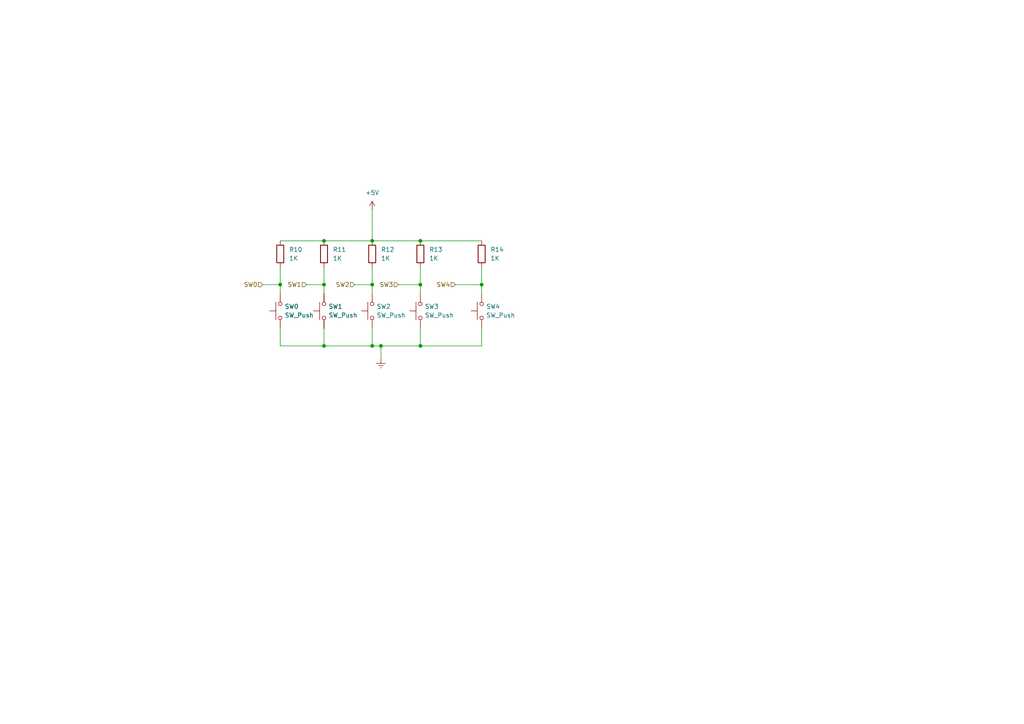
<source format=kicad_sch>
(kicad_sch (version 20211123) (generator eeschema)

  (uuid eee03acf-2090-4919-903c-a542f683c01a)

  (paper "A4")

  (lib_symbols
    (symbol "Device:R" (pin_numbers hide) (pin_names (offset 0)) (in_bom yes) (on_board yes)
      (property "Reference" "R" (id 0) (at 2.032 0 90)
        (effects (font (size 1.27 1.27)))
      )
      (property "Value" "R" (id 1) (at 0 0 90)
        (effects (font (size 1.27 1.27)))
      )
      (property "Footprint" "" (id 2) (at -1.778 0 90)
        (effects (font (size 1.27 1.27)) hide)
      )
      (property "Datasheet" "~" (id 3) (at 0 0 0)
        (effects (font (size 1.27 1.27)) hide)
      )
      (property "ki_keywords" "R res resistor" (id 4) (at 0 0 0)
        (effects (font (size 1.27 1.27)) hide)
      )
      (property "ki_description" "Resistor" (id 5) (at 0 0 0)
        (effects (font (size 1.27 1.27)) hide)
      )
      (property "ki_fp_filters" "R_*" (id 6) (at 0 0 0)
        (effects (font (size 1.27 1.27)) hide)
      )
      (symbol "R_0_1"
        (rectangle (start -1.016 -2.54) (end 1.016 2.54)
          (stroke (width 0.254) (type default) (color 0 0 0 0))
          (fill (type none))
        )
      )
      (symbol "R_1_1"
        (pin passive line (at 0 3.81 270) (length 1.27)
          (name "~" (effects (font (size 1.27 1.27))))
          (number "1" (effects (font (size 1.27 1.27))))
        )
        (pin passive line (at 0 -3.81 90) (length 1.27)
          (name "~" (effects (font (size 1.27 1.27))))
          (number "2" (effects (font (size 1.27 1.27))))
        )
      )
    )
    (symbol "Switch:SW_Push" (pin_numbers hide) (pin_names (offset 1.016) hide) (in_bom yes) (on_board yes)
      (property "Reference" "SW" (id 0) (at 1.27 2.54 0)
        (effects (font (size 1.27 1.27)) (justify left))
      )
      (property "Value" "SW_Push" (id 1) (at 0 -1.524 0)
        (effects (font (size 1.27 1.27)))
      )
      (property "Footprint" "" (id 2) (at 0 5.08 0)
        (effects (font (size 1.27 1.27)) hide)
      )
      (property "Datasheet" "~" (id 3) (at 0 5.08 0)
        (effects (font (size 1.27 1.27)) hide)
      )
      (property "ki_keywords" "switch normally-open pushbutton push-button" (id 4) (at 0 0 0)
        (effects (font (size 1.27 1.27)) hide)
      )
      (property "ki_description" "Push button switch, generic, two pins" (id 5) (at 0 0 0)
        (effects (font (size 1.27 1.27)) hide)
      )
      (symbol "SW_Push_0_1"
        (circle (center -2.032 0) (radius 0.508)
          (stroke (width 0) (type default) (color 0 0 0 0))
          (fill (type none))
        )
        (polyline
          (pts
            (xy 0 1.27)
            (xy 0 3.048)
          )
          (stroke (width 0) (type default) (color 0 0 0 0))
          (fill (type none))
        )
        (polyline
          (pts
            (xy 2.54 1.27)
            (xy -2.54 1.27)
          )
          (stroke (width 0) (type default) (color 0 0 0 0))
          (fill (type none))
        )
        (circle (center 2.032 0) (radius 0.508)
          (stroke (width 0) (type default) (color 0 0 0 0))
          (fill (type none))
        )
        (pin passive line (at -5.08 0 0) (length 2.54)
          (name "1" (effects (font (size 1.27 1.27))))
          (number "1" (effects (font (size 1.27 1.27))))
        )
        (pin passive line (at 5.08 0 180) (length 2.54)
          (name "2" (effects (font (size 1.27 1.27))))
          (number "2" (effects (font (size 1.27 1.27))))
        )
      )
    )
    (symbol "power:+5V" (power) (pin_names (offset 0)) (in_bom yes) (on_board yes)
      (property "Reference" "#PWR" (id 0) (at 0 -3.81 0)
        (effects (font (size 1.27 1.27)) hide)
      )
      (property "Value" "+5V" (id 1) (at 0 3.556 0)
        (effects (font (size 1.27 1.27)))
      )
      (property "Footprint" "" (id 2) (at 0 0 0)
        (effects (font (size 1.27 1.27)) hide)
      )
      (property "Datasheet" "" (id 3) (at 0 0 0)
        (effects (font (size 1.27 1.27)) hide)
      )
      (property "ki_keywords" "power-flag" (id 4) (at 0 0 0)
        (effects (font (size 1.27 1.27)) hide)
      )
      (property "ki_description" "Power symbol creates a global label with name \"+5V\"" (id 5) (at 0 0 0)
        (effects (font (size 1.27 1.27)) hide)
      )
      (symbol "+5V_0_1"
        (polyline
          (pts
            (xy -0.762 1.27)
            (xy 0 2.54)
          )
          (stroke (width 0) (type default) (color 0 0 0 0))
          (fill (type none))
        )
        (polyline
          (pts
            (xy 0 0)
            (xy 0 2.54)
          )
          (stroke (width 0) (type default) (color 0 0 0 0))
          (fill (type none))
        )
        (polyline
          (pts
            (xy 0 2.54)
            (xy 0.762 1.27)
          )
          (stroke (width 0) (type default) (color 0 0 0 0))
          (fill (type none))
        )
      )
      (symbol "+5V_1_1"
        (pin power_in line (at 0 0 90) (length 0) hide
          (name "+5V" (effects (font (size 1.27 1.27))))
          (number "1" (effects (font (size 1.27 1.27))))
        )
      )
    )
    (symbol "power:Earth" (power) (pin_names (offset 0)) (in_bom yes) (on_board yes)
      (property "Reference" "#PWR" (id 0) (at 0 -6.35 0)
        (effects (font (size 1.27 1.27)) hide)
      )
      (property "Value" "Earth" (id 1) (at 0 -3.81 0)
        (effects (font (size 1.27 1.27)) hide)
      )
      (property "Footprint" "" (id 2) (at 0 0 0)
        (effects (font (size 1.27 1.27)) hide)
      )
      (property "Datasheet" "~" (id 3) (at 0 0 0)
        (effects (font (size 1.27 1.27)) hide)
      )
      (property "ki_keywords" "power-flag ground gnd" (id 4) (at 0 0 0)
        (effects (font (size 1.27 1.27)) hide)
      )
      (property "ki_description" "Power symbol creates a global label with name \"Earth\"" (id 5) (at 0 0 0)
        (effects (font (size 1.27 1.27)) hide)
      )
      (symbol "Earth_0_1"
        (polyline
          (pts
            (xy -0.635 -1.905)
            (xy 0.635 -1.905)
          )
          (stroke (width 0) (type default) (color 0 0 0 0))
          (fill (type none))
        )
        (polyline
          (pts
            (xy -0.127 -2.54)
            (xy 0.127 -2.54)
          )
          (stroke (width 0) (type default) (color 0 0 0 0))
          (fill (type none))
        )
        (polyline
          (pts
            (xy 0 -1.27)
            (xy 0 0)
          )
          (stroke (width 0) (type default) (color 0 0 0 0))
          (fill (type none))
        )
        (polyline
          (pts
            (xy 1.27 -1.27)
            (xy -1.27 -1.27)
          )
          (stroke (width 0) (type default) (color 0 0 0 0))
          (fill (type none))
        )
      )
      (symbol "Earth_1_1"
        (pin power_in line (at 0 0 270) (length 0) hide
          (name "Earth" (effects (font (size 1.27 1.27))))
          (number "1" (effects (font (size 1.27 1.27))))
        )
      )
    )
  )

  (junction (at 121.92 100.33) (diameter 0) (color 0 0 0 0)
    (uuid 05e38b6a-f8eb-4256-95a9-5f05a2a2b00a)
  )
  (junction (at 139.7 82.55) (diameter 0) (color 0 0 0 0)
    (uuid 0c893fbf-1f29-4ec6-97a2-2d3c32e1d7e2)
  )
  (junction (at 107.95 100.33) (diameter 0) (color 0 0 0 0)
    (uuid 333a4d5a-c3cc-4800-a6b3-adb2c8523328)
  )
  (junction (at 93.98 100.33) (diameter 0) (color 0 0 0 0)
    (uuid 339a168e-8dbf-4c35-8f26-6136d993425f)
  )
  (junction (at 107.95 69.85) (diameter 0) (color 0 0 0 0)
    (uuid 4f7b4d1e-009e-4c84-a1e6-2d5772c4b430)
  )
  (junction (at 121.92 82.55) (diameter 0) (color 0 0 0 0)
    (uuid 4fe956c0-343f-4538-93af-18690de28479)
  )
  (junction (at 107.95 82.55) (diameter 0) (color 0 0 0 0)
    (uuid 97220797-6e7f-4df9-8fa5-6cbd1c751f52)
  )
  (junction (at 93.98 69.85) (diameter 0) (color 0 0 0 0)
    (uuid a4901255-8463-41d8-93dc-ea56264dbf9b)
  )
  (junction (at 121.92 69.85) (diameter 0) (color 0 0 0 0)
    (uuid a9b37f23-4472-4489-96b6-0a291c51bc17)
  )
  (junction (at 93.98 82.55) (diameter 0) (color 0 0 0 0)
    (uuid c1d587b6-6d0f-406b-81f9-a95bdea02bd5)
  )
  (junction (at 81.28 82.55) (diameter 0) (color 0 0 0 0)
    (uuid ca2713f5-5021-4d74-8232-f718a231a255)
  )
  (junction (at 110.49 100.33) (diameter 0) (color 0 0 0 0)
    (uuid e4a1ccda-45e3-4130-a922-9b190d3d748f)
  )

  (wire (pts (xy 93.98 95.25) (xy 93.98 100.33))
    (stroke (width 0) (type default) (color 0 0 0 0))
    (uuid 045c616f-112d-45fc-8930-fe6629d11625)
  )
  (wire (pts (xy 81.28 82.55) (xy 81.28 85.09))
    (stroke (width 0) (type default) (color 0 0 0 0))
    (uuid 20559c6a-bb7a-4526-8c91-030531b108d6)
  )
  (wire (pts (xy 115.57 82.55) (xy 121.92 82.55))
    (stroke (width 0) (type default) (color 0 0 0 0))
    (uuid 2211f72c-9433-4e8b-bbce-240781cce23b)
  )
  (wire (pts (xy 132.08 82.55) (xy 139.7 82.55))
    (stroke (width 0) (type default) (color 0 0 0 0))
    (uuid 23bdbd44-4a30-4d2c-b3c5-4d4dfb6ad7d1)
  )
  (wire (pts (xy 107.95 82.55) (xy 107.95 85.09))
    (stroke (width 0) (type default) (color 0 0 0 0))
    (uuid 2833b19e-0f1c-41d3-b070-62475b4db4fe)
  )
  (wire (pts (xy 139.7 82.55) (xy 139.7 85.09))
    (stroke (width 0) (type default) (color 0 0 0 0))
    (uuid 33b13441-6b20-4bff-9d35-df8c145d1e9d)
  )
  (wire (pts (xy 81.28 69.85) (xy 93.98 69.85))
    (stroke (width 0) (type default) (color 0 0 0 0))
    (uuid 37536dab-9bd9-47d6-b63d-a4d2b4b1349e)
  )
  (wire (pts (xy 88.9 82.55) (xy 93.98 82.55))
    (stroke (width 0) (type default) (color 0 0 0 0))
    (uuid 381a1dd2-aee5-44fb-bff4-4f840b4ef0ff)
  )
  (wire (pts (xy 121.92 100.33) (xy 139.7 100.33))
    (stroke (width 0) (type default) (color 0 0 0 0))
    (uuid 39df4d39-3e47-4a8b-b49c-9355c83ab17b)
  )
  (wire (pts (xy 81.28 95.25) (xy 81.28 100.33))
    (stroke (width 0) (type default) (color 0 0 0 0))
    (uuid 3f6d0429-9f56-48de-b96f-c08dee1fdb9a)
  )
  (wire (pts (xy 107.95 60.96) (xy 107.95 69.85))
    (stroke (width 0) (type default) (color 0 0 0 0))
    (uuid 44629ded-013f-4943-b0a8-c6a3ff1fc25f)
  )
  (wire (pts (xy 121.92 95.25) (xy 121.92 100.33))
    (stroke (width 0) (type default) (color 0 0 0 0))
    (uuid 45baed47-cd03-48a8-be9a-373c8be46728)
  )
  (wire (pts (xy 121.92 69.85) (xy 139.7 69.85))
    (stroke (width 0) (type default) (color 0 0 0 0))
    (uuid 45f9d298-7f9b-48b3-b0d0-e5d8b9c87f4e)
  )
  (wire (pts (xy 110.49 100.33) (xy 121.92 100.33))
    (stroke (width 0) (type default) (color 0 0 0 0))
    (uuid 5f8f9e65-e369-4d12-90ab-b70c64192a1f)
  )
  (wire (pts (xy 102.87 82.55) (xy 107.95 82.55))
    (stroke (width 0) (type default) (color 0 0 0 0))
    (uuid 748d5a71-71d5-4f88-9514-c23654b0ca93)
  )
  (wire (pts (xy 76.2 82.55) (xy 81.28 82.55))
    (stroke (width 0) (type default) (color 0 0 0 0))
    (uuid 7fbd1ed0-72b2-4bc1-8ed5-a6ad6e28bc8e)
  )
  (wire (pts (xy 107.95 69.85) (xy 121.92 69.85))
    (stroke (width 0) (type default) (color 0 0 0 0))
    (uuid 9fb6dbc0-7e4a-4563-b05f-fce5f9a595e3)
  )
  (wire (pts (xy 81.28 77.47) (xy 81.28 82.55))
    (stroke (width 0) (type default) (color 0 0 0 0))
    (uuid a997e60b-990e-48e1-b04f-0ca52b9f3c7d)
  )
  (wire (pts (xy 93.98 77.47) (xy 93.98 82.55))
    (stroke (width 0) (type default) (color 0 0 0 0))
    (uuid b2182584-e0e9-41be-9d1b-47daebf8dfb8)
  )
  (wire (pts (xy 107.95 77.47) (xy 107.95 82.55))
    (stroke (width 0) (type default) (color 0 0 0 0))
    (uuid b5618513-816f-4ece-aa5d-44c8e841ea08)
  )
  (wire (pts (xy 139.7 77.47) (xy 139.7 82.55))
    (stroke (width 0) (type default) (color 0 0 0 0))
    (uuid bd90087d-8767-468d-8345-a95deb6ed5d3)
  )
  (wire (pts (xy 93.98 100.33) (xy 107.95 100.33))
    (stroke (width 0) (type default) (color 0 0 0 0))
    (uuid c6b89f88-0e67-4fd3-9288-4b04eb1fc564)
  )
  (wire (pts (xy 107.95 95.25) (xy 107.95 100.33))
    (stroke (width 0) (type default) (color 0 0 0 0))
    (uuid cd8cbcb8-2552-4c58-8a75-d12f31b01bc0)
  )
  (wire (pts (xy 110.49 100.33) (xy 110.49 104.14))
    (stroke (width 0) (type default) (color 0 0 0 0))
    (uuid cd92667c-e8d5-47b8-826b-dfec65339e41)
  )
  (wire (pts (xy 121.92 82.55) (xy 121.92 85.09))
    (stroke (width 0) (type default) (color 0 0 0 0))
    (uuid cdd431a6-0a64-4325-8766-41231b52bc91)
  )
  (wire (pts (xy 93.98 82.55) (xy 93.98 85.09))
    (stroke (width 0) (type default) (color 0 0 0 0))
    (uuid d1c4801a-f34d-42ac-b115-1529d8a88655)
  )
  (wire (pts (xy 81.28 100.33) (xy 93.98 100.33))
    (stroke (width 0) (type default) (color 0 0 0 0))
    (uuid e0336461-ca7a-4bed-888f-ea5769e6e68f)
  )
  (wire (pts (xy 121.92 77.47) (xy 121.92 82.55))
    (stroke (width 0) (type default) (color 0 0 0 0))
    (uuid e74df858-9d2c-419e-af9b-e1ca7c503e99)
  )
  (wire (pts (xy 93.98 69.85) (xy 107.95 69.85))
    (stroke (width 0) (type default) (color 0 0 0 0))
    (uuid e80286a0-ab89-4821-85a4-13a8c6323131)
  )
  (wire (pts (xy 139.7 95.25) (xy 139.7 100.33))
    (stroke (width 0) (type default) (color 0 0 0 0))
    (uuid efae27cd-5925-46f4-8773-6160a7001e8c)
  )
  (wire (pts (xy 107.95 100.33) (xy 110.49 100.33))
    (stroke (width 0) (type default) (color 0 0 0 0))
    (uuid fad9798f-89ed-4812-be23-6c177262a12d)
  )

  (hierarchical_label "SW1" (shape input) (at 88.9 82.55 180)
    (effects (font (size 1.27 1.27)) (justify right))
    (uuid 084cbcd7-95c7-413a-9cad-2a54107628ea)
  )
  (hierarchical_label "SW3" (shape input) (at 115.57 82.55 180)
    (effects (font (size 1.27 1.27)) (justify right))
    (uuid 3c8cf09d-03f9-4697-ba13-036c6761fa2c)
  )
  (hierarchical_label "SW0" (shape input) (at 76.2 82.55 180)
    (effects (font (size 1.27 1.27)) (justify right))
    (uuid 4547bfe7-ff3a-4f86-9da1-a3d323a07ece)
  )
  (hierarchical_label "SW4" (shape input) (at 132.08 82.55 180)
    (effects (font (size 1.27 1.27)) (justify right))
    (uuid 5fd0d0f2-a1c9-47ca-88be-3c870762653c)
  )
  (hierarchical_label "SW2" (shape input) (at 102.87 82.55 180)
    (effects (font (size 1.27 1.27)) (justify right))
    (uuid b7960f72-6170-40b0-bd0d-f5e3bcda8a1e)
  )

  (symbol (lib_id "Device:R") (at 107.95 73.66 0) (unit 1)
    (in_bom yes) (on_board yes) (fields_autoplaced)
    (uuid 1db21d1b-8596-4580-b630-9b06ccee0d10)
    (property "Reference" "R12" (id 0) (at 110.49 72.3899 0)
      (effects (font (size 1.27 1.27)) (justify left))
    )
    (property "Value" "1K" (id 1) (at 110.49 74.9299 0)
      (effects (font (size 1.27 1.27)) (justify left))
    )
    (property "Footprint" "Resistor_SMD:R_0805_2012Metric" (id 2) (at 106.172 73.66 90)
      (effects (font (size 1.27 1.27)) hide)
    )
    (property "Datasheet" "~" (id 3) (at 107.95 73.66 0)
      (effects (font (size 1.27 1.27)) hide)
    )
    (pin "1" (uuid 93815b3b-ad8f-4e0b-a750-3a37729ed853))
    (pin "2" (uuid 2267eb13-ce39-4e0d-9518-0aba96c54421))
  )

  (symbol (lib_id "Switch:SW_Push") (at 107.95 90.17 90) (unit 1)
    (in_bom yes) (on_board yes) (fields_autoplaced)
    (uuid 229d99b1-6828-4975-b8f2-a69e43b0ec41)
    (property "Reference" "SW2" (id 0) (at 109.22 88.8999 90)
      (effects (font (size 1.27 1.27)) (justify right))
    )
    (property "Value" "SW_Push" (id 1) (at 109.22 91.4399 90)
      (effects (font (size 1.27 1.27)) (justify right))
    )
    (property "Footprint" "Button_Switch_THT:SW_PUSH_6mm" (id 2) (at 102.87 90.17 0)
      (effects (font (size 1.27 1.27)) hide)
    )
    (property "Datasheet" "~" (id 3) (at 102.87 90.17 0)
      (effects (font (size 1.27 1.27)) hide)
    )
    (pin "1" (uuid 4e55db10-fc9b-4d67-b0ed-cc04e4ea8185))
    (pin "2" (uuid bc5390e4-c785-4c75-ba29-3667f30d3662))
  )

  (symbol (lib_id "Device:R") (at 139.7 73.66 0) (unit 1)
    (in_bom yes) (on_board yes) (fields_autoplaced)
    (uuid 275b3723-69df-4791-906c-20365768e7c7)
    (property "Reference" "R14" (id 0) (at 142.24 72.3899 0)
      (effects (font (size 1.27 1.27)) (justify left))
    )
    (property "Value" "1K" (id 1) (at 142.24 74.9299 0)
      (effects (font (size 1.27 1.27)) (justify left))
    )
    (property "Footprint" "Resistor_SMD:R_0805_2012Metric" (id 2) (at 137.922 73.66 90)
      (effects (font (size 1.27 1.27)) hide)
    )
    (property "Datasheet" "~" (id 3) (at 139.7 73.66 0)
      (effects (font (size 1.27 1.27)) hide)
    )
    (pin "1" (uuid eed9e026-8321-450e-ac86-4de2c6449f1d))
    (pin "2" (uuid b54801df-e4c6-43e5-aff6-1ae2472ec389))
  )

  (symbol (lib_id "Device:R") (at 93.98 73.66 0) (unit 1)
    (in_bom yes) (on_board yes) (fields_autoplaced)
    (uuid 6d7341a8-5c5d-4131-838e-ffa43ba39a1a)
    (property "Reference" "R11" (id 0) (at 96.52 72.3899 0)
      (effects (font (size 1.27 1.27)) (justify left))
    )
    (property "Value" "1K" (id 1) (at 96.52 74.9299 0)
      (effects (font (size 1.27 1.27)) (justify left))
    )
    (property "Footprint" "Resistor_SMD:R_0805_2012Metric" (id 2) (at 92.202 73.66 90)
      (effects (font (size 1.27 1.27)) hide)
    )
    (property "Datasheet" "~" (id 3) (at 93.98 73.66 0)
      (effects (font (size 1.27 1.27)) hide)
    )
    (pin "1" (uuid 335c1c5a-3c1a-451d-aaf8-0670779849e1))
    (pin "2" (uuid 5a78dfd7-f25a-4b73-af53-8f4a2ad60330))
  )

  (symbol (lib_id "Switch:SW_Push") (at 139.7 90.17 90) (unit 1)
    (in_bom yes) (on_board yes) (fields_autoplaced)
    (uuid 6e60422e-bcea-47b4-b854-627ef2a33f7b)
    (property "Reference" "SW4" (id 0) (at 140.97 88.8999 90)
      (effects (font (size 1.27 1.27)) (justify right))
    )
    (property "Value" "SW_Push" (id 1) (at 140.97 91.4399 90)
      (effects (font (size 1.27 1.27)) (justify right))
    )
    (property "Footprint" "Button_Switch_THT:SW_PUSH_6mm" (id 2) (at 134.62 90.17 0)
      (effects (font (size 1.27 1.27)) hide)
    )
    (property "Datasheet" "~" (id 3) (at 134.62 90.17 0)
      (effects (font (size 1.27 1.27)) hide)
    )
    (pin "1" (uuid 307f0efd-f1ce-4818-8d0b-9f7d5b228646))
    (pin "2" (uuid 72e9e167-9f2d-4368-9915-c163d8fc1be6))
  )

  (symbol (lib_id "power:Earth") (at 110.49 104.14 0) (unit 1)
    (in_bom yes) (on_board yes) (fields_autoplaced)
    (uuid 858fcee8-32f0-4bf5-915d-183c397efeec)
    (property "Reference" "#PWR019" (id 0) (at 110.49 110.49 0)
      (effects (font (size 1.27 1.27)) hide)
    )
    (property "Value" "Earth" (id 1) (at 110.49 107.95 0)
      (effects (font (size 1.27 1.27)) hide)
    )
    (property "Footprint" "" (id 2) (at 110.49 104.14 0)
      (effects (font (size 1.27 1.27)) hide)
    )
    (property "Datasheet" "~" (id 3) (at 110.49 104.14 0)
      (effects (font (size 1.27 1.27)) hide)
    )
    (pin "1" (uuid fe5d92b7-14db-4802-9fda-7f6f7d21c55a))
  )

  (symbol (lib_id "Device:R") (at 121.92 73.66 0) (unit 1)
    (in_bom yes) (on_board yes) (fields_autoplaced)
    (uuid a58fc285-2f9f-4021-81a5-38318e6f35be)
    (property "Reference" "R13" (id 0) (at 124.46 72.3899 0)
      (effects (font (size 1.27 1.27)) (justify left))
    )
    (property "Value" "1K" (id 1) (at 124.46 74.9299 0)
      (effects (font (size 1.27 1.27)) (justify left))
    )
    (property "Footprint" "Resistor_SMD:R_0805_2012Metric" (id 2) (at 120.142 73.66 90)
      (effects (font (size 1.27 1.27)) hide)
    )
    (property "Datasheet" "~" (id 3) (at 121.92 73.66 0)
      (effects (font (size 1.27 1.27)) hide)
    )
    (pin "1" (uuid 4b20c7b1-ccc1-4e5a-bec0-ebab5121af43))
    (pin "2" (uuid b4e3e988-e57d-4846-a4fd-9fb159d15809))
  )

  (symbol (lib_id "Device:R") (at 81.28 73.66 0) (unit 1)
    (in_bom yes) (on_board yes) (fields_autoplaced)
    (uuid a6e3dad4-f880-4dfd-af07-df549f007fb2)
    (property "Reference" "R10" (id 0) (at 83.82 72.3899 0)
      (effects (font (size 1.27 1.27)) (justify left))
    )
    (property "Value" "1K" (id 1) (at 83.82 74.9299 0)
      (effects (font (size 1.27 1.27)) (justify left))
    )
    (property "Footprint" "Resistor_SMD:R_0805_2012Metric" (id 2) (at 79.502 73.66 90)
      (effects (font (size 1.27 1.27)) hide)
    )
    (property "Datasheet" "~" (id 3) (at 81.28 73.66 0)
      (effects (font (size 1.27 1.27)) hide)
    )
    (pin "1" (uuid 555b841e-38a8-48ac-add0-1b34981ef9d5))
    (pin "2" (uuid 3fc6f87e-b08f-40f1-9f65-69d9ee69e866))
  )

  (symbol (lib_id "Switch:SW_Push") (at 93.98 90.17 90) (unit 1)
    (in_bom yes) (on_board yes) (fields_autoplaced)
    (uuid a991cc2b-6f0b-4697-a7a9-790149c3d46d)
    (property "Reference" "SW1" (id 0) (at 95.25 88.8999 90)
      (effects (font (size 1.27 1.27)) (justify right))
    )
    (property "Value" "SW_Push" (id 1) (at 95.25 91.4399 90)
      (effects (font (size 1.27 1.27)) (justify right))
    )
    (property "Footprint" "Button_Switch_THT:SW_PUSH_6mm" (id 2) (at 88.9 90.17 0)
      (effects (font (size 1.27 1.27)) hide)
    )
    (property "Datasheet" "~" (id 3) (at 88.9 90.17 0)
      (effects (font (size 1.27 1.27)) hide)
    )
    (pin "1" (uuid 50ba90a4-46cb-45bb-b1e8-e190ee5b799d))
    (pin "2" (uuid 76c73a77-daa2-4c56-aa1f-b48b99ad9941))
  )

  (symbol (lib_id "Switch:SW_Push") (at 121.92 90.17 90) (unit 1)
    (in_bom yes) (on_board yes) (fields_autoplaced)
    (uuid af034077-28a5-4e25-aa90-2df5a8634bd2)
    (property "Reference" "SW3" (id 0) (at 123.19 88.8999 90)
      (effects (font (size 1.27 1.27)) (justify right))
    )
    (property "Value" "SW_Push" (id 1) (at 123.19 91.4399 90)
      (effects (font (size 1.27 1.27)) (justify right))
    )
    (property "Footprint" "Button_Switch_THT:SW_PUSH_6mm" (id 2) (at 116.84 90.17 0)
      (effects (font (size 1.27 1.27)) hide)
    )
    (property "Datasheet" "~" (id 3) (at 116.84 90.17 0)
      (effects (font (size 1.27 1.27)) hide)
    )
    (pin "1" (uuid 46553f04-5066-450e-84a4-ebdd2c96777b))
    (pin "2" (uuid 091de969-1d02-49ba-af77-a252184c84ff))
  )

  (symbol (lib_id "Switch:SW_Push") (at 81.28 90.17 90) (unit 1)
    (in_bom yes) (on_board yes) (fields_autoplaced)
    (uuid d9f76aef-0380-4ccb-b018-ce542af4b85b)
    (property "Reference" "SW0" (id 0) (at 82.55 88.8999 90)
      (effects (font (size 1.27 1.27)) (justify right))
    )
    (property "Value" "SW_Push" (id 1) (at 82.55 91.4399 90)
      (effects (font (size 1.27 1.27)) (justify right))
    )
    (property "Footprint" "Button_Switch_THT:SW_PUSH_6mm" (id 2) (at 76.2 90.17 0)
      (effects (font (size 1.27 1.27)) hide)
    )
    (property "Datasheet" "~" (id 3) (at 76.2 90.17 0)
      (effects (font (size 1.27 1.27)) hide)
    )
    (pin "1" (uuid 16784815-0581-463c-bd41-5167bd4a9e3c))
    (pin "2" (uuid 7dda429f-433c-4746-9725-3da7e146e27e))
  )

  (symbol (lib_id "power:+5V") (at 107.95 60.96 0) (unit 1)
    (in_bom yes) (on_board yes) (fields_autoplaced)
    (uuid f2ada465-2970-4c16-8bb3-41859b48ce54)
    (property "Reference" "#PWR018" (id 0) (at 107.95 64.77 0)
      (effects (font (size 1.27 1.27)) hide)
    )
    (property "Value" "+5V" (id 1) (at 107.95 55.88 0))
    (property "Footprint" "" (id 2) (at 107.95 60.96 0)
      (effects (font (size 1.27 1.27)) hide)
    )
    (property "Datasheet" "" (id 3) (at 107.95 60.96 0)
      (effects (font (size 1.27 1.27)) hide)
    )
    (pin "1" (uuid 3ddecee6-96c3-4272-b755-a4cd85f69282))
  )
)

</source>
